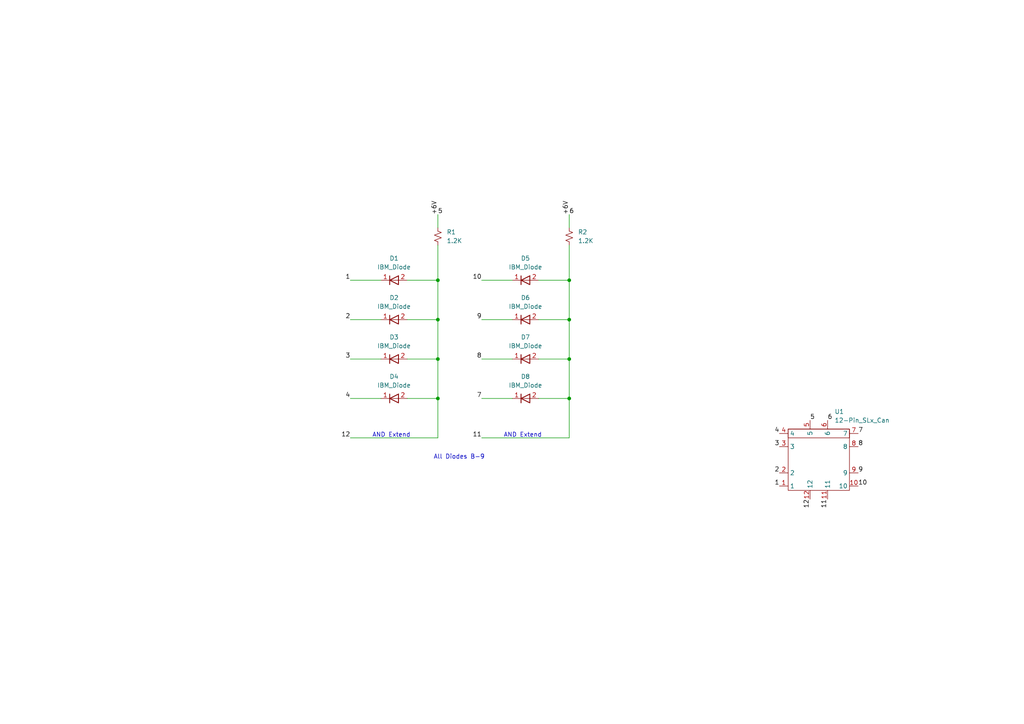
<source format=kicad_sch>
(kicad_sch (version 20211123) (generator eeschema)
  (paper "A4")
  (lib_symbols
    (symbol "Device:R_Small_US" (pin_numbers hide) (pin_names (offset 0.254) hide)
      (property "Reference" "R" (at 0.762 0.508 0))
      (property "Value" "R_Small_US" (at 0.762 -1.016 0))
      (symbol "R_Small_US_1_1"
        (polyline (pts (xy 0 0) (xy 1.016 -0.381) (xy 0 -0.762) (xy -1.016 -1.143) (xy 0 -1.524)))
        (polyline (pts (xy 0 1.524) (xy 1.016 1.143) (xy 0 0.762) (xy -1.016 0.381) (xy 0 0)))
        (pin passive line (at 0 2.54 270) (length 1.016) (name "~") (number "1"))
        (pin passive line (at 0 -2.54 90) (length 1.016) (name "~") (number "2"))
      )
    )
    (symbol "IBM_SLT-SLD:12-Pin_SLx_Can"
      (property "Reference" "U" (at 0 -2.54 0))
      (property "Value" "12-Pin_SLx_Can" (at 0 0 0))
      (symbol "12-Pin_SLx_Can_0_1"
        (rectangle (start -8.89 8.89) (end 8.89 -8.89))
        (rectangle (start -8.89 8.89) (end 8.89 6.35))
      )
      (symbol "12-Pin_SLx_Can_1_1"
        (pin passive line (at -11.43 -7.62 0) (length 2.54) (name "1") (number "1"))
        (pin passive line (at 11.43 -7.62 180) (length 2.54) (name "10") (number "10"))
        (pin passive line (at 2.54 -11.43 90) (length 2.54) (name "11") (number "11"))
        (pin passive line (at -2.54 -11.43 90) (length 2.54) (name "12") (number "12"))
        (pin passive line (at -11.43 -3.81 0) (length 2.54) (name "2") (number "2"))
        (pin passive line (at -11.43 3.81 0) (length 2.54) (name "3") (number "3"))
        (pin passive line (at -11.43 7.62 0) (length 2.54) (name "4") (number "4"))
        (pin passive line (at -2.54 11.43 270) (length 2.54) (name "5") (number "5"))
        (pin passive line (at 2.54 11.43 270) (length 2.54) (name "6") (number "6"))
        (pin passive line (at 11.43 7.62 180) (length 2.54) (name "7") (number "7"))
        (pin passive line (at 11.43 3.81 180) (length 2.54) (name "8") (number "8"))
        (pin passive line (at 11.43 -3.81 180) (length 2.54) (name "9") (number "9"))
      )
    )
    (symbol "IBM_SLT-SLD:IBM_Diode"
      (property "Reference" "D" (at 0 5.08 0))
      (property "Value" "IBM_Diode" (at 0 2.54 0))
      (symbol "IBM_Diode_0_1"
        (polyline (pts (xy -1.27 1.27) (xy -1.27 -1.27)) (stroke (width 0.254)))
        (polyline (pts (xy 1.27 0) (xy -1.27 0)))
        (polyline (pts (xy 1.27 1.27) (xy 1.27 -1.27) (xy -1.27 0) (xy 1.27 1.27)) (stroke (width 0.254)))
      )
      (symbol "IBM_Diode_1_1"
        (pin passive line (at -3.81 0 0) (length 2.54) (name "K") (number "1"))
        (pin passive line (at 3.81 0 180) (length 2.54) (name "A") (number "2"))
      )
    )
  )
  (junction (at 127 115.57))
  (junction (at 165.1 81.28))
  (junction (at 127 104.14))
  (junction (at 127 81.28))
  (junction (at 165.1 115.57))
  (junction (at 165.1 92.71))
  (junction (at 127 92.71))
  (junction (at 165.1 104.14))
  (wire (pts (xy 139.7 127) (xy 165.1 127)))
  (wire (pts (xy 165.1 115.57) (xy 165.1 127)))
  (wire (pts (xy 127 62.23) (xy 127 66.04)))
  (wire (pts (xy 127 71.12) (xy 127 81.28)))
  (wire (pts (xy 118.11 104.14) (xy 127 104.14)))
  (wire (pts (xy 156.21 104.14) (xy 165.1 104.14)))
  (wire (pts (xy 165.1 104.14) (xy 165.1 115.57)))
  (wire (pts (xy 139.7 104.14) (xy 148.59 104.14)))
  (wire (pts (xy 139.7 92.71) (xy 148.59 92.71)))
  (wire (pts (xy 156.21 81.28) (xy 165.1 81.28)))
  (wire (pts (xy 101.6 115.57) (xy 110.49 115.57)))
  (wire (pts (xy 165.1 71.12) (xy 165.1 81.28)))
  (wire (pts (xy 101.6 81.28) (xy 110.49 81.28)))
  (wire (pts (xy 139.7 81.28) (xy 148.59 81.28)))
  (wire (pts (xy 156.21 92.71) (xy 165.1 92.71)))
  (wire (pts (xy 118.11 92.71) (xy 127 92.71)))
  (wire (pts (xy 101.6 92.71) (xy 110.49 92.71)))
  (wire (pts (xy 127 92.71) (xy 127 104.14)))
  (wire (pts (xy 127 81.28) (xy 127 92.71)))
  (wire (pts (xy 165.1 62.23) (xy 165.1 66.04)))
  (wire (pts (xy 127 127) (xy 101.6 127)))
  (wire (pts (xy 165.1 92.71) (xy 165.1 104.14)))
  (wire (pts (xy 118.11 81.28) (xy 127 81.28)))
  (wire (pts (xy 165.1 81.28) (xy 165.1 92.71)))
  (wire (pts (xy 156.21 115.57) (xy 165.1 115.57)))
  (wire (pts (xy 127 115.57) (xy 127 127)))
  (wire (pts (xy 139.7 115.57) (xy 148.59 115.57)))
  (wire (pts (xy 127 104.14) (xy 127 115.57)))
  (wire (pts (xy 118.11 115.57) (xy 127 115.57)))
  (wire (pts (xy 101.6 104.14) (xy 110.49 104.14)))
  (text "AND Extend" (at 107.95 127 0) (effects (font (size 1.27 1.27)) (justify left bottom)))
  (text "All Diodes B-9" (at 125.73 133.35 0) (effects (font (size 1.27 1.27)) (justify left bottom)))
  (text "AND Extend" (at 146.05 127 0) (effects (font (size 1.27 1.27)) (justify left bottom)))
  (label "8" (at 139.7 104.14 180))
  (label "9" (at 248.92 137.16 0))
  (label "7" (at 248.92 125.73 0))
  (label "5" (at 127 62.23 0))
  (label "+6V" (at 165.1 62.23 90))
  (label "5" (at 234.95 121.92 0))
  (label "11" (at 240.03 144.78 270))
  (label "7" (at 139.7 115.57 180))
  (label "12" (at 101.6 127 180))
  (label "2" (at 101.6 92.71 180))
  (label "6" (at 165.1 62.23 0))
  (label "4" (at 226.06 125.73 180))
  (label "10" (at 248.92 140.97 0))
  (label "11" (at 139.7 127 180))
  (label "3" (at 226.06 129.54 180))
  (label "8" (at 248.92 129.54 0))
  (label "+6V" (at 127 62.23 90))
  (label "1" (at 226.06 140.97 180))
  (label "10" (at 139.7 81.28 180))
  (label "1" (at 101.6 81.28 180))
  (label "12" (at 234.95 144.78 270))
  (label "4" (at 101.6 115.57 180))
  (label "3" (at 101.6 104.14 180))
  (label "2" (at 226.06 137.16 180))
  (label "9" (at 139.7 92.71 180))
  (label "6" (at 240.03 121.92 0))
  (symbol (lib_id "IBM_SLT-SLD:IBM_Diode") (at 114.3 115.57 0) (unit 1)
    (property "Reference" "D4" (at 114.3 109.22 0))
    (property "Value" "IBM_Diode" (at 114.3 111.76 0))
    (property "Footprint" "Diode_SMD:D_0201_0603Metric" (effects hide))
  )
  (symbol (lib_id "IBM_SLT-SLD:IBM_Diode") (at 114.3 92.71 0) (unit 1)
    (property "Reference" "D2" (at 114.3 86.36 0))
    (property "Value" "IBM_Diode" (at 114.3 88.9 0))
    (property "Footprint" "Diode_SMD:D_0201_0603Metric" (effects hide))
  )
  (symbol (lib_id "IBM_SLT-SLD:IBM_Diode") (at 152.4 104.14 0) (unit 1)
    (property "Reference" "D7" (at 152.4 97.79 0))
    (property "Value" "IBM_Diode" (at 152.4 100.33 0))
    (property "Footprint" "Diode_SMD:D_0201_0603Metric" (effects hide))
  )
  (symbol (lib_id "Device:R_Small_US") (at 165.1 68.58 0) (unit 1)
    (property "Reference" "R2" (at 167.64 67.3099 0) (effects (justify left)))
    (property "Value" "1.2K" (at 167.64 69.8499 0) (effects (justify left)))
    (property "Footprint" "Resistor_SMD:R_0201_0603Metric" (effects hide))
  )
  (symbol (lib_id "Device:R_Small_US") (at 127 68.58 0) (unit 1)
    (property "Reference" "R1" (at 129.54 67.3099 0) (effects (justify left)))
    (property "Value" "1.2K" (at 129.54 69.8499 0) (effects (justify left)))
    (property "Footprint" "Resistor_SMD:R_0201_0603Metric" (effects hide))
  )
  (symbol (lib_id "IBM_SLT-SLD:12-Pin_SLx_Can") (at 237.49 133.35 0) (unit 1)
    (property "Reference" "U1" (at 242.0494 119.38 0) (effects (justify left)))
    (property "Value" "12-Pin_SLx_Can" (at 242.0494 121.92 0) (effects (justify left)))
    (property "Footprint" "IBM_SLT-SLD:12-Pin_SLx_Can" (effects hide))
  )
  (symbol (lib_id "IBM_SLT-SLD:IBM_Diode") (at 114.3 81.28 0) (unit 1)
    (property "Reference" "D1" (at 114.3 74.93 0))
    (property "Value" "IBM_Diode" (at 114.3 77.47 0))
    (property "Footprint" "Diode_SMD:D_0201_0603Metric" (effects hide))
  )
  (symbol (lib_id "IBM_SLT-SLD:IBM_Diode") (at 152.4 115.57 0) (unit 1)
    (property "Reference" "D8" (at 152.4 109.22 0))
    (property "Value" "IBM_Diode" (at 152.4 111.76 0))
    (property "Footprint" "Diode_SMD:D_0201_0603Metric" (effects hide))
  )
  (symbol (lib_id "IBM_SLT-SLD:IBM_Diode") (at 114.3 104.14 0) (unit 1)
    (property "Reference" "D3" (at 114.3 97.79 0))
    (property "Value" "IBM_Diode" (at 114.3 100.33 0))
    (property "Footprint" "Diode_SMD:D_0201_0603Metric" (effects hide))
  )
  (symbol (lib_id "IBM_SLT-SLD:IBM_Diode") (at 152.4 81.28 0) (unit 1)
    (property "Reference" "D5" (at 152.4 74.93 0))
    (property "Value" "IBM_Diode" (at 152.4 77.47 0))
    (property "Footprint" "Diode_SMD:D_0201_0603Metric" (effects hide))
  )
  (symbol (lib_id "IBM_SLT-SLD:IBM_Diode") (at 152.4 92.71 0) (unit 1)
    (property "Reference" "D6" (at 152.4 86.36 0))
    (property "Value" "IBM_Diode" (at 152.4 88.9 0))
    (property "Footprint" "Diode_SMD:D_0201_0603Metric" (effects hide))
  )
)
</source>
